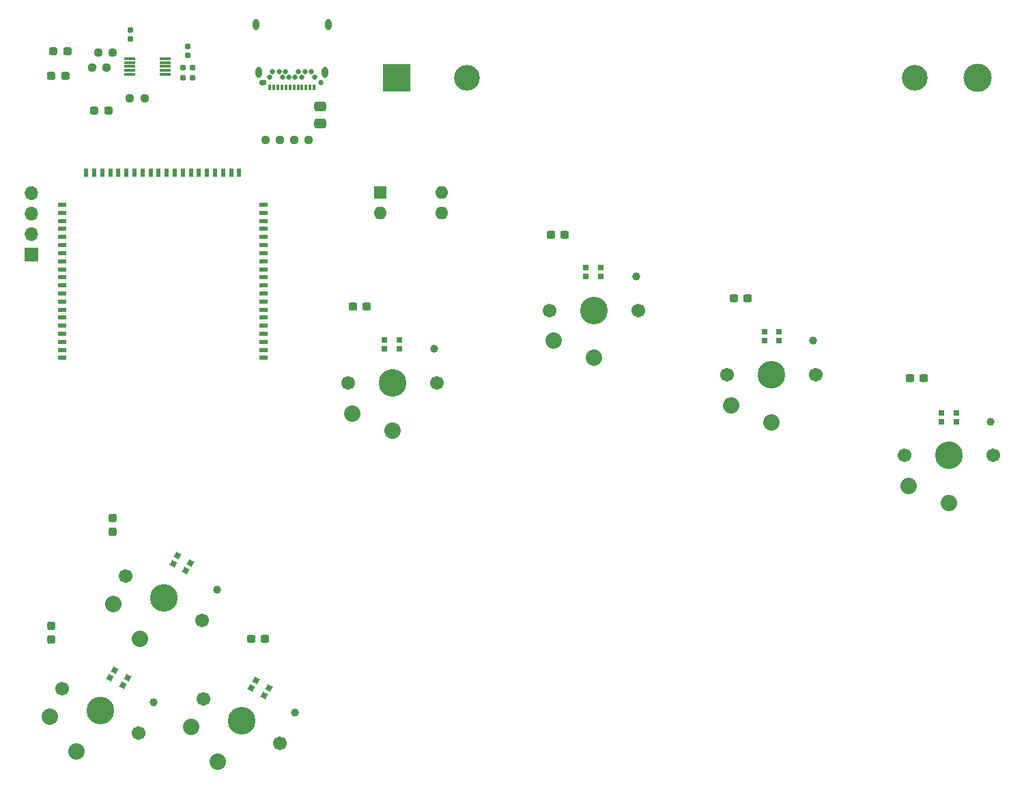
<source format=gbr>
%TF.GenerationSoftware,KiCad,Pcbnew,(5.99.0-9634-gb691c18bfc)*%
%TF.CreationDate,2021-03-07T16:09:04+01:00*%
%TF.ProjectId,keychordz,6b657963-686f-4726-947a-2e6b69636164,rev?*%
%TF.SameCoordinates,Original*%
%TF.FileFunction,Soldermask,Top*%
%TF.FilePolarity,Negative*%
%FSLAX46Y46*%
G04 Gerber Fmt 4.6, Leading zero omitted, Abs format (unit mm)*
G04 Created by KiCad (PCBNEW (5.99.0-9634-gb691c18bfc)) date 2021-03-07 16:09:04*
%MOMM*%
%LPD*%
G01*
G04 APERTURE LIST*
G04 Aperture macros list*
%AMRoundRect*
0 Rectangle with rounded corners*
0 $1 Rounding radius*
0 $2 $3 $4 $5 $6 $7 $8 $9 X,Y pos of 4 corners*
0 Add a 4 corners polygon primitive as box body*
4,1,4,$2,$3,$4,$5,$6,$7,$8,$9,$2,$3,0*
0 Add four circle primitives for the rounded corners*
1,1,$1+$1,$2,$3*
1,1,$1+$1,$4,$5*
1,1,$1+$1,$6,$7*
1,1,$1+$1,$8,$9*
0 Add four rect primitives between the rounded corners*
20,1,$1+$1,$2,$3,$4,$5,0*
20,1,$1+$1,$4,$5,$6,$7,0*
20,1,$1+$1,$6,$7,$8,$9,0*
20,1,$1+$1,$8,$9,$2,$3,0*%
%AMRotRect*
0 Rectangle, with rotation*
0 The origin of the aperture is its center*
0 $1 length*
0 $2 width*
0 $3 Rotation angle, in degrees counterclockwise*
0 Add horizontal line*
21,1,$1,$2,0,0,$3*%
G04 Aperture macros list end*
%ADD10C,1.701800*%
%ADD11C,0.990600*%
%ADD12C,2.032000*%
%ADD13C,3.429000*%
%ADD14C,0.650000*%
%ADD15O,0.950000X0.650000*%
%ADD16O,0.800000X1.400000*%
%ADD17R,0.300000X0.700000*%
%ADD18RoundRect,0.237500X-0.250000X-0.237500X0.250000X-0.237500X0.250000X0.237500X-0.250000X0.237500X0*%
%ADD19R,0.700000X0.700000*%
%ADD20R,1.600000X1.600000*%
%ADD21O,1.600000X1.600000*%
%ADD22RoundRect,0.237500X0.287500X0.237500X-0.287500X0.237500X-0.287500X-0.237500X0.287500X-0.237500X0*%
%ADD23RotRect,0.700000X0.700000X330.000000*%
%ADD24R,1.000000X0.600000*%
%ADD25R,0.600000X1.000000*%
%ADD26RoundRect,0.237500X0.250000X0.237500X-0.250000X0.237500X-0.250000X-0.237500X0.250000X-0.237500X0*%
%ADD27RoundRect,0.160000X0.197500X0.160000X-0.197500X0.160000X-0.197500X-0.160000X0.197500X-0.160000X0*%
%ADD28RoundRect,0.237500X-0.300000X-0.237500X0.300000X-0.237500X0.300000X0.237500X-0.300000X0.237500X0*%
%ADD29RoundRect,0.250000X-0.475000X0.337500X-0.475000X-0.337500X0.475000X-0.337500X0.475000X0.337500X0*%
%ADD30RoundRect,0.160000X-0.197500X-0.160000X0.197500X-0.160000X0.197500X0.160000X-0.197500X0.160000X0*%
%ADD31R,1.700000X1.700000*%
%ADD32O,1.700000X1.700000*%
%ADD33R,1.400000X0.300000*%
%ADD34RoundRect,0.237500X0.237500X-0.300000X0.237500X0.300000X-0.237500X0.300000X-0.237500X-0.300000X0*%
%ADD35RoundRect,0.155000X0.155000X-0.212500X0.155000X0.212500X-0.155000X0.212500X-0.155000X-0.212500X0*%
%ADD36C,3.200000*%
%ADD37R,3.500000X3.500000*%
%ADD38C,3.500000*%
G04 APERTURE END LIST*
D10*
%TO.C,SW7*%
X100682000Y-59689000D03*
X111682000Y-59689000D03*
D11*
X111402000Y-55489000D03*
D12*
X106182000Y-65589000D03*
X101182000Y-63489000D03*
D13*
X106182000Y-59689000D03*
%TD*%
D10*
%TO.C,SW6*%
X122682000Y-69689000D03*
X133682000Y-69689000D03*
D11*
X133402000Y-65489000D03*
D12*
X128182000Y-75589000D03*
X123182000Y-73489000D03*
D13*
X128182000Y-69689000D03*
%TD*%
D10*
%TO.C,SW5*%
X78682000Y-51689000D03*
X89682000Y-51689000D03*
D11*
X89402000Y-47489000D03*
D12*
X84182000Y-57589000D03*
X79182000Y-55489000D03*
D13*
X84182000Y-51689000D03*
%TD*%
D10*
%TO.C,SW4*%
X53682000Y-60689000D03*
X64682000Y-60689000D03*
D11*
X64402000Y-56489000D03*
D12*
X59182000Y-66589000D03*
X54182000Y-64489000D03*
D13*
X59182000Y-60689000D03*
%TD*%
D10*
%TO.C,SW3*%
X26078860Y-84626000D03*
X35605140Y-90126000D03*
D11*
X37462653Y-86348693D03*
D12*
X27892000Y-92485550D03*
X24611873Y-88166897D03*
D13*
X30842000Y-87376000D03*
%TD*%
D10*
%TO.C,SW2*%
X35730860Y-99866000D03*
X45257140Y-105366000D03*
D11*
X47114653Y-101588693D03*
D12*
X37544000Y-107725550D03*
X34263873Y-103406897D03*
D13*
X40494000Y-102616000D03*
%TD*%
D10*
%TO.C,SW1*%
X18204860Y-98596000D03*
X27731140Y-104096000D03*
D11*
X29588653Y-100318693D03*
D12*
X20018000Y-106455550D03*
X16737873Y-102136897D03*
D13*
X22968000Y-101346000D03*
%TD*%
D14*
%TO.C,J1*%
X49136000Y-22060000D03*
X48336000Y-22060000D03*
X47536000Y-22060000D03*
X45936000Y-22060000D03*
X45136000Y-22060000D03*
X44336000Y-22060000D03*
X49536000Y-22760000D03*
X47936000Y-22760000D03*
X47136000Y-22760000D03*
X46336000Y-22760000D03*
X45536000Y-22760000D03*
X43936000Y-22760000D03*
X50336000Y-23410000D03*
D15*
X43136000Y-23410000D03*
D16*
X51226000Y-16210000D03*
X42246000Y-16210000D03*
X42606000Y-22160000D03*
D17*
X44486000Y-24070000D03*
X45986000Y-24070000D03*
X45486000Y-24070000D03*
X44986000Y-24070000D03*
X43986000Y-24070000D03*
X46486000Y-24070000D03*
X46986000Y-24070000D03*
X47486000Y-24070000D03*
X47986000Y-24070000D03*
X48486000Y-24070000D03*
X48986000Y-24070000D03*
X49486000Y-24070000D03*
D16*
X50866000Y-22160000D03*
%TD*%
D18*
%TO.C,R3*%
X47001500Y-30530000D03*
X48826500Y-30530000D03*
%TD*%
D19*
%TO.C,D8*%
X83185000Y-47525000D03*
X85015000Y-47525000D03*
X85015000Y-46425000D03*
X83185000Y-46425000D03*
%TD*%
D20*
%TO.C,SW9*%
X57658000Y-37084000D03*
D21*
X57658000Y-39624000D03*
X65278000Y-39624000D03*
X65278000Y-37084000D03*
%TD*%
D22*
%TO.C,D1*%
X18647000Y-22566000D03*
X16897000Y-22566000D03*
%TD*%
%TO.C,D3*%
X23981000Y-26884000D03*
X22231000Y-26884000D03*
%TD*%
D23*
%TO.C,D4*%
X24186587Y-97300814D03*
X25771413Y-98215814D03*
X26321413Y-97263186D03*
X24736587Y-96348186D03*
%TD*%
D24*
%TO.C,U1*%
X43200000Y-56600000D03*
X43200000Y-54600000D03*
X43200000Y-55600000D03*
X18200000Y-55600000D03*
X18200000Y-53600000D03*
X18200000Y-50600000D03*
X43200000Y-51600000D03*
X18200000Y-41600000D03*
D25*
X37200000Y-34600000D03*
X35200000Y-34600000D03*
D24*
X18200000Y-39600000D03*
D25*
X33200000Y-34600000D03*
X26200000Y-34600000D03*
X24200000Y-34600000D03*
X22200000Y-34600000D03*
D24*
X18200000Y-40600000D03*
X43200000Y-39600000D03*
D25*
X40200000Y-34600000D03*
X39200000Y-34600000D03*
X38200000Y-34600000D03*
X36200000Y-34600000D03*
X34200000Y-34600000D03*
X27200000Y-34600000D03*
X25200000Y-34600000D03*
X23200000Y-34600000D03*
X21200000Y-34600000D03*
X31200000Y-34600000D03*
X30200000Y-34600000D03*
D24*
X43200000Y-53600000D03*
X18200000Y-57600000D03*
X18200000Y-56600000D03*
X18200000Y-54600000D03*
X18200000Y-52600000D03*
X18200000Y-51600000D03*
X43200000Y-38600000D03*
X18200000Y-48600000D03*
X43200000Y-57600000D03*
X43200000Y-52600000D03*
X18200000Y-38600000D03*
X43200000Y-50600000D03*
X43200000Y-49600000D03*
X43200000Y-48600000D03*
X18200000Y-49600000D03*
X43200000Y-47600000D03*
X43200000Y-46600000D03*
X18200000Y-47600000D03*
X43200000Y-45600000D03*
X43200000Y-44600000D03*
X43200000Y-43600000D03*
X18200000Y-46600000D03*
X43200000Y-42600000D03*
X18200000Y-45600000D03*
X43200000Y-40600000D03*
X18200000Y-44600000D03*
X43200000Y-41600000D03*
X18200000Y-43600000D03*
X18200000Y-42600000D03*
D25*
X28200000Y-34600000D03*
X32200000Y-34600000D03*
X29200000Y-34600000D03*
%TD*%
D26*
%TO.C,R4*%
X45270500Y-30530000D03*
X43445500Y-30530000D03*
%TD*%
D23*
%TO.C,D5*%
X41712587Y-98570814D03*
X43297413Y-99485814D03*
X43847413Y-98533186D03*
X42262587Y-97618186D03*
%TD*%
D18*
%TO.C,R7*%
X26615000Y-25360000D03*
X28440000Y-25360000D03*
%TD*%
D27*
%TO.C,R6*%
X34371500Y-22820000D03*
X33176500Y-22820000D03*
%TD*%
D28*
%TO.C,C29*%
X101551500Y-50235000D03*
X103276500Y-50235000D03*
%TD*%
%TO.C,C30*%
X123395500Y-60141000D03*
X125120500Y-60141000D03*
%TD*%
D29*
%TO.C,C22*%
X50200000Y-26444500D03*
X50200000Y-28519500D03*
%TD*%
D30*
%TO.C,R5*%
X33176500Y-21550000D03*
X34371500Y-21550000D03*
%TD*%
D18*
%TO.C,R1*%
X21939500Y-21550000D03*
X23764500Y-21550000D03*
%TD*%
D28*
%TO.C,C28*%
X78845000Y-42361000D03*
X80570000Y-42361000D03*
%TD*%
D31*
%TO.C,J2*%
X14400000Y-44780000D03*
D32*
X14400000Y-42240000D03*
X14400000Y-39700000D03*
X14400000Y-37160000D03*
%TD*%
D33*
%TO.C,IC1*%
X26594000Y-20450000D03*
X26594000Y-20950000D03*
X26594000Y-21450000D03*
X26594000Y-21950000D03*
X26594000Y-22450000D03*
X30994000Y-22450000D03*
X30994000Y-21950000D03*
X30994000Y-21450000D03*
X30994000Y-20950000D03*
X30994000Y-20450000D03*
%TD*%
D28*
%TO.C,C27*%
X54307500Y-51251000D03*
X56032500Y-51251000D03*
%TD*%
D23*
%TO.C,D6*%
X32009174Y-83095628D03*
X33594000Y-84010628D03*
X34144000Y-83058000D03*
X32559174Y-82143000D03*
%TD*%
D22*
%TO.C,D2*%
X18901000Y-19518000D03*
X17151000Y-19518000D03*
%TD*%
D34*
%TO.C,C4*%
X16872000Y-92556500D03*
X16872000Y-90831500D03*
%TD*%
D35*
%TO.C,C23*%
X33774000Y-20085500D03*
X33774000Y-18950500D03*
%TD*%
D36*
%TO.C,BT1*%
X68403000Y-22860000D03*
X124013000Y-22860000D03*
D37*
X59758000Y-22860000D03*
D38*
X131758000Y-22860000D03*
%TD*%
D18*
%TO.C,R2*%
X22701500Y-19678000D03*
X24526500Y-19678000D03*
%TD*%
D19*
%TO.C,D10*%
X127307000Y-65480500D03*
X129137000Y-65480500D03*
X129137000Y-64380500D03*
X127307000Y-64380500D03*
%TD*%
D35*
%TO.C,C24*%
X26662000Y-18053500D03*
X26662000Y-16918500D03*
%TD*%
D34*
%TO.C,C26*%
X24492000Y-79195000D03*
X24492000Y-77470000D03*
%TD*%
D28*
%TO.C,C25*%
X41663500Y-92456000D03*
X43388500Y-92456000D03*
%TD*%
D19*
%TO.C,D7*%
X58219000Y-56463500D03*
X60049000Y-56463500D03*
X60049000Y-55363500D03*
X58219000Y-55363500D03*
%TD*%
%TO.C,D9*%
X105336000Y-55447500D03*
X107166000Y-55447500D03*
X107166000Y-54347500D03*
X105336000Y-54347500D03*
%TD*%
M02*

</source>
